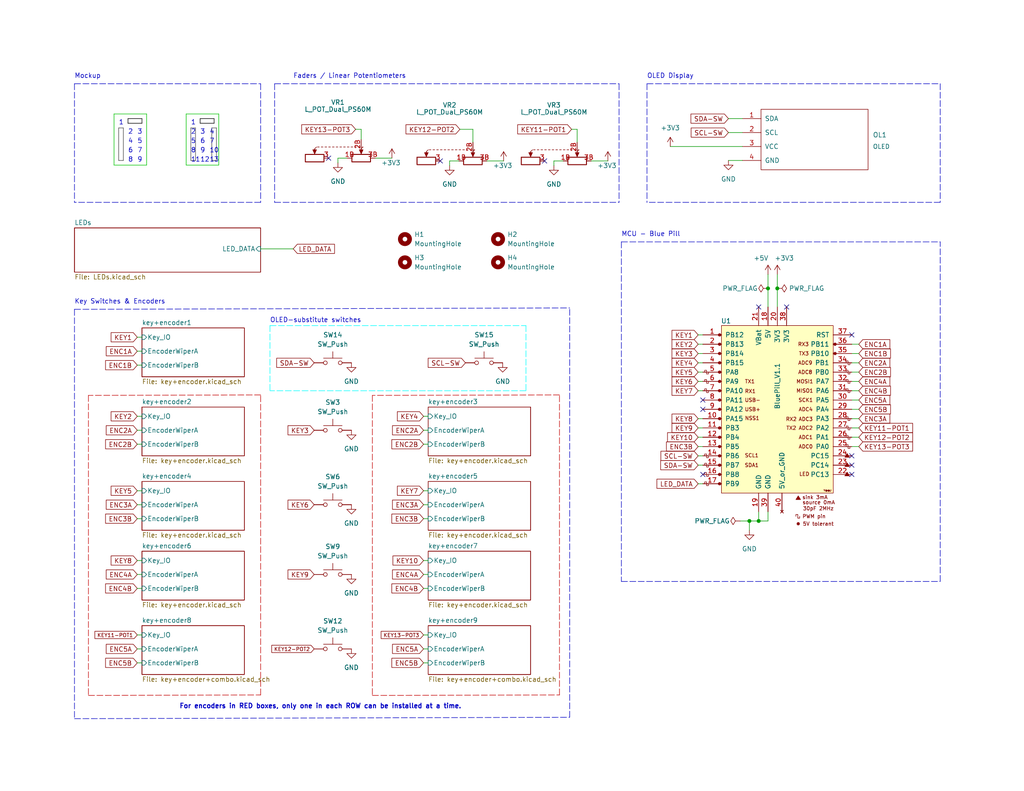
<source format=kicad_sch>
(kicad_sch (version 20211123) (generator eeschema)
  (paper "USLetter")
  (lib_symbols
    (symbol "L_POT_Dual_PS60M_combo_1" (pin_names (offset 1.016) hide)
      (property "Reference" "VR" (at 0 8.89 0))
      (property "Value" "L_POT_Dual_PS60M_combo_1" (at 0 6.985 0))
      (symbol "L_POT_Dual_PS60M_combo_1_0_1"
        (rectangle (start -8.89 -1.524) (end -3.81 -3.556) (stroke (width 0.254)))
        (polyline (pts (xy -6.35 0) (xy -6.35 -1.016)))
        (polyline (pts (xy -6.35 0) (xy -6.35 -1.016)))
        (polyline (pts (xy -6.35 0) (xy -5.842 0.508)))
        (polyline (pts (xy -5.588 0.508) (xy -5.08 0.508)))
        (polyline (pts (xy -4.572 0.508) (xy -4.064 0.508)))
        (polyline (pts (xy -3.556 0.508) (xy -3.048 0.508)))
        (polyline (pts (xy -2.54 0.508) (xy -2.032 0.508)))
        (polyline (pts (xy -1.524 0.508) (xy -1.016 0.508)))
        (polyline (pts (xy -0.508 0.508) (xy 0 0.508)))
        (polyline (pts (xy 0.508 0.508) (xy 1.016 0.508)))
        (polyline (pts (xy 1.524 0.508) (xy 2.032 0.508)))
        (polyline (pts (xy 2.54 0.508) (xy 3.048 0.508)))
        (polyline (pts (xy 3.556 0.508) (xy 4.064 0.508)))
        (polyline (pts (xy 4.572 0.508) (xy 5.08 0.508)))
        (polyline (pts (xy 5.588 0.508) (xy 6.096 0.508)))
        (polyline (pts (xy 6.35 0) (xy 6.35 -1.016)))
        (polyline (pts (xy 6.35 0) (xy 6.35 -1.016)))
        (polyline (pts (xy 6.604 0.508) (xy 6.858 0.508) (xy 6.35 0)))
        (polyline (pts (xy -6.35 -1.397) (xy -6.858 -0.254) (xy -5.842 -0.254) (xy -6.35 -1.397)) (fill (type outline)))
        (polyline (pts (xy 6.35 -1.397) (xy 5.842 -0.254) (xy 6.858 -0.254) (xy 6.35 -1.397)) (fill (type outline)))
        (rectangle (start 3.81 -1.524) (end 8.89 -3.556) (stroke (width 0.254)))
      )
      (symbol "L_POT_Dual_PS60M_combo_1_1_1"
        (pin passive line (at 2.54 -2.54 0) (length 1.27) (name "1B") (number "1B"))
        (pin passive line (at 6.35 2.54 270) (length 2.54) (name "2B") (number "2B"))
        (pin passive line (at -2.54 -2.54 180) (length 1.27) (name "3") (number "3"))
        (pin passive line (at 10.16 -2.54 180) (length 1.27) (name "3B") (number "3B"))
      )
    )
    (symbol "L_POT_Dual_PS60M_combo_2" (pin_names (offset 1.016) hide)
      (property "Reference" "VR" (at 0 8.89 0))
      (property "Value" "L_POT_Dual_PS60M_combo_2" (at 0 6.985 0))
      (symbol "L_POT_Dual_PS60M_combo_2_0_1"
        (rectangle (start -8.89 -1.524) (end -3.81 -3.556) (stroke (width 0.254)))
        (polyline (pts (xy -6.35 0) (xy -6.35 -1.016)))
        (polyline (pts (xy -6.35 0) (xy -6.35 -1.016)))
        (polyline (pts (xy -6.35 0) (xy -5.842 0.508)))
        (polyline (pts (xy -5.588 0.508) (xy -5.08 0.508)))
        (polyline (pts (xy -4.572 0.508) (xy -4.064 0.508)))
        (polyline (pts (xy -3.556 0.508) (xy -3.048 0.508)))
        (polyline (pts (xy -2.54 0.508) (xy -2.032 0.508)))
        (polyline (pts (xy -1.524 0.508) (xy -1.016 0.508)))
        (polyline (pts (xy -0.508 0.508) (xy 0 0.508)))
        (polyline (pts (xy 0.508 0.508) (xy 1.016 0.508)))
        (polyline (pts (xy 1.524 0.508) (xy 2.032 0.508)))
        (polyline (pts (xy 2.54 0.508) (xy 3.048 0.508)))
        (polyline (pts (xy 3.556 0.508) (xy 4.064 0.508)))
        (polyline (pts (xy 4.572 0.508) (xy 5.08 0.508)))
        (polyline (pts (xy 5.588 0.508) (xy 6.096 0.508)))
        (polyline (pts (xy 6.35 0) (xy 6.35 -1.016)))
        (polyline (pts (xy 6.35 0) (xy 6.35 -1.016)))
        (polyline (pts (xy 6.604 0.508) (xy 6.858 0.508) (xy 6.35 0)))
        (polyline (pts (xy -6.35 -1.397) (xy -6.858 -0.254) (xy -5.842 -0.254) (xy -6.35 -1.397)) (fill (type outline)))
        (polyline (pts (xy 6.35 -1.397) (xy 5.842 -0.254) (xy 6.858 -0.254) (xy 6.35 -1.397)) (fill (type outline)))
        (rectangle (start 3.81 -1.524) (end 8.89 -3.556) (stroke (width 0.254)))
      )
      (symbol "L_POT_Dual_PS60M_combo_2_1_1"
        (pin passive line (at 2.54 -2.54 0) (length 1.27) (name "1B") (number "1B"))
        (pin passive line (at 6.35 2.54 270) (length 2.54) (name "2B") (number "2B"))
        (pin passive line (at -2.54 -2.54 180) (length 1.27) (name "3") (number "3"))
        (pin passive line (at 10.16 -2.54 180) (length 1.27) (name "3B") (number "3B"))
      )
    )
    (symbol "Mechanical:MountingHole" (pin_names (offset 1.016))
      (property "Reference" "H" (at 0 5.08 0))
      (property "Value" "MountingHole" (at 0 3.175 0))
      (symbol "MountingHole_0_1"
        (circle (center 0 0) (radius 1.27) (stroke (width 1.27)))
      )
    )
    (symbol "PS60 Linear Potentiometer:L_POT_Dual_PS60M_combo" (pin_names (offset 1.016) hide)
      (property "Reference" "VR" (at 0 8.89 0))
      (property "Value" "L_POT_Dual_PS60M_combo" (at 0 6.985 0))
      (symbol "L_POT_Dual_PS60M_combo_0_1"
        (rectangle (start -8.89 -1.524) (end -3.81 -3.556) (stroke (width 0.254)))
        (polyline (pts (xy -6.35 0) (xy -6.35 -1.016)))
        (polyline (pts (xy -6.35 0) (xy -6.35 -1.016)))
        (polyline (pts (xy -6.35 0) (xy -5.842 0.508)))
        (polyline (pts (xy -5.588 0.508) (xy -5.08 0.508)))
        (polyline (pts (xy -4.572 0.508) (xy -4.064 0.508)))
        (polyline (pts (xy -3.556 0.508) (xy -3.048 0.508)))
        (polyline (pts (xy -2.54 0.508) (xy -2.032 0.508)))
        (polyline (pts (xy -1.524 0.508) (xy -1.016 0.508)))
        (polyline (pts (xy -0.508 0.508) (xy 0 0.508)))
        (polyline (pts (xy 0.508 0.508) (xy 1.016 0.508)))
        (polyline (pts (xy 1.524 0.508) (xy 2.032 0.508)))
        (polyline (pts (xy 2.54 0.508) (xy 3.048 0.508)))
        (polyline (pts (xy 3.556 0.508) (xy 4.064 0.508)))
        (polyline (pts (xy 4.572 0.508) (xy 5.08 0.508)))
        (polyline (pts (xy 5.588 0.508) (xy 6.096 0.508)))
        (polyline (pts (xy 6.35 0) (xy 6.35 -1.016)))
        (polyline (pts (xy 6.35 0) (xy 6.35 -1.016)))
        (polyline (pts (xy 6.604 0.508) (xy 6.858 0.508) (xy 6.35 0)))
        (polyline (pts (xy -6.35 -1.397) (xy -6.858 -0.254) (xy -5.842 -0.254) (xy -6.35 -1.397)) (fill (type outline)))
        (polyline (pts (xy 6.35 -1.397) (xy 5.842 -0.254) (xy 6.858 -0.254) (xy 6.35 -1.397)) (fill (type outline)))
        (rectangle (start 3.81 -1.524) (end 8.89 -3.556) (stroke (width 0.254)))
      )
      (symbol "L_POT_Dual_PS60M_combo_1_1"
        (pin passive line (at 2.54 -2.54 0) (length 1.27) (name "1B") (number "1B"))
        (pin passive line (at 6.35 2.54 270) (length 2.54) (name "2B") (number "2B"))
        (pin passive line (at -2.54 -2.54 180) (length 1.27) (name "3") (number "3"))
        (pin passive line (at 10.16 -2.54 180) (length 1.27) (name "3B") (number "3B"))
      )
    )
    (symbol "Switch:SW_Push" (pin_numbers hide) (pin_names (offset 1.016) hide)
      (property "Reference" "SW" (at 1.27 2.54 0))
      (property "Value" "SW_Push" (at 0 -1.524 0))
      (symbol "SW_Push_0_1"
        (circle (center -2.032 0) (radius 0.508))
        (polyline (pts (xy 0 1.27) (xy 0 3.048)))
        (polyline (pts (xy 2.54 1.27) (xy -2.54 1.27)))
        (circle (center 2.032 0) (radius 0.508))
        (pin passive line (at -5.08 0 0) (length 2.54) (name "1") (number "1"))
        (pin passive line (at 5.08 0 180) (length 2.54) (name "2") (number "2"))
      )
    )
    (symbol "YAAJ_BluePill_modified:YAAJ_BluePill_BHTS" (pin_names (offset 1.016))
      (property "Reference" "U" (at -13.97 24.13 0))
      (property "Value" "YAAJ_BluePill_BHTS" (at 0 6.35 90))
      (symbol "YAAJ_BluePill_BHTS_0_0"
        (circle (center -15.748 -20.32) (radius 0.3556) (fill (type outline)))
        (circle (center -15.748 -17.78) (radius 0.3556) (fill (type outline)))
        (circle (center -15.748 -15.24) (radius 0.3556) (fill (type outline)))
        (circle (center -15.748 -12.7) (radius 0.3556) (fill (type outline)))
        (circle (center -15.748 -10.16) (radius 0.3556) (fill (type outline)))
        (circle (center -15.748 -7.62) (radius 0.3556) (fill (type outline)))
        (circle (center -15.748 -5.08) (radius 0.3556) (fill (type outline)))
        (circle (center -15.748 -2.54) (radius 0.3556) (fill (type outline)))
        (circle (center -15.748 0) (radius 0.3556) (fill (type outline)))
        (circle (center -15.748 2.54) (radius 0.3556) (fill (type outline)))
        (circle (center -15.748 5.08) (radius 0.3556) (fill (type outline)))
        (circle (center -15.748 7.62) (radius 0.3556) (fill (type outline)))
        (circle (center -15.748 10.16) (radius 0.3556) (fill (type outline)))
        (circle (center -15.748 12.7) (radius 0.3556) (fill (type outline)))
        (circle (center -15.748 15.24) (radius 0.3556) (fill (type outline)))
        (circle (center -15.748 20.32) (radius 0.3556) (fill (type outline)))
        (polyline (pts (xy 5.08 -24.638) (xy 5.715 -23.622) (xy 6.35 -24.638) (xy 5.08 -24.638) (xy 5.715 -23.749) (xy 6.223 -24.638) (xy 5.207 -24.511) (xy 5.715 -23.876) (xy 6.096 -24.638) (xy 5.334 -24.384) (xy 5.842 -24.003) (xy 5.969 -24.638) (xy 5.461 -24.257) (xy 5.969 -24.13) (xy 5.842 -24.511) (xy 5.588 -24.257) (xy 5.842 -24.384) (xy 5.715 -24.13)))
        (polyline (pts (xy 18.415 -18.161) (xy 19.05 -17.145) (xy 19.685 -18.161) (xy 18.415 -18.161) (xy 19.05 -17.272) (xy 19.558 -18.161) (xy 18.542 -18.034) (xy 19.05 -17.399) (xy 19.431 -18.161) (xy 18.669 -17.907) (xy 19.177 -17.526) (xy 19.304 -18.161) (xy 18.796 -17.78) (xy 19.304 -17.653) (xy 19.177 -18.034) (xy 18.923 -17.78) (xy 19.177 -17.907) (xy 19.05 -17.653)))
        (polyline (pts (xy 18.415 -15.621) (xy 19.05 -14.605) (xy 19.685 -15.621) (xy 18.415 -15.621) (xy 19.05 -14.732) (xy 19.558 -15.621) (xy 18.542 -15.494) (xy 19.05 -14.859) (xy 19.431 -15.621) (xy 18.669 -15.367) (xy 19.177 -14.986) (xy 19.304 -15.621) (xy 18.796 -15.24) (xy 19.304 -15.113) (xy 19.177 -15.494) (xy 18.923 -15.24) (xy 19.177 -15.367) (xy 19.05 -15.113)))
        (polyline (pts (xy 18.415 -13.081) (xy 19.05 -12.065) (xy 19.685 -13.081) (xy 18.415 -13.081) (xy 19.05 -12.192) (xy 19.558 -13.081) (xy 18.542 -12.954) (xy 19.05 -12.319) (xy 19.431 -13.081) (xy 18.669 -12.827) (xy 19.177 -12.446) (xy 19.304 -13.081) (xy 18.796 -12.7) (xy 19.304 -12.573) (xy 19.177 -12.954) (xy 18.923 -12.7) (xy 19.177 -12.827) (xy 19.05 -12.573)))
        (circle (center 5.715 -31.242) (radius 0.127) (fill (type outline)))
        (circle (center 5.715 -31.242) (radius 0.254))
        (circle (center 5.715 -31.242) (radius 0.3556))
        (circle (center 15.748 15.24) (radius 0.254) (fill (type outline)))
        (circle (center 15.748 15.24) (radius 0.3556))
        (circle (center 15.748 17.78) (radius 0.254) (fill (type outline)))
        (circle (center 15.748 17.78) (radius 0.3556))
        (text "30pF 2MHz" (at 11.176 -27.051 0) (effects (font (size 0.9906 0.9906))))
        (text "5V tolerant" (at 11.176 -31.242 0) (effects (font (size 0.9906 0.9906))))
        (text "ADC0" (at 7.747 -10.16 0) (effects (font (size 0.9906 0.9906))))
        (text "ADC1" (at 7.747 -7.62 0) (effects (font (size 0.9906 0.9906))))
        (text "ADC2" (at 7.747 -5.08 0) (effects (font (size 0.9906 0.9906))))
        (text "ADC3" (at 7.747 -2.667 0) (effects (font (size 0.9906 0.9906))))
        (text "ADC4" (at 7.747 0 0) (effects (font (size 0.9906 0.9906))))
        (text "ADC8" (at 7.62 10.16 0) (effects (font (size 0.9906 0.9906))))
        (text "ADC9" (at 7.62 12.7 0) (effects (font (size 0.9906 0.9906))))
        (text "LED" (at 7.366 -17.653 0) (effects (font (size 0.9906 0.9906))))
        (text "MISO1" (at 7.493 5.08 0) (effects (font (size 0.9906 0.9906))))
        (text "MOSI1" (at 7.493 7.62 0) (effects (font (size 0.9906 0.9906))))
        (text "NSS1" (at -6.858 -2.413 0) (effects (font (size 0.9906 0.9906))))
        (text "PWM pin" (at 10.033 -29.21 0) (effects (font (size 0.9906 0.9906))))
        (text "RX1" (at -7.366 4.953 0) (effects (font (size 0.9906 0.9906))))
        (text "RX2" (at 3.81 -2.667 0) (effects (font (size 0.9906 0.9906))))
        (text "RX3" (at 7.112 17.78 0) (effects (font (size 0.9906 0.9906))))
        (text "SCK1" (at 7.747 2.54 0) (effects (font (size 0.9906 0.9906))))
        (text "SCL1" (at -6.985 -12.573 0) (effects (font (size 0.9906 0.9906))))
        (text "SDA1" (at -6.985 -15.24 0) (effects (font (size 0.9906 0.9906))))
        (text "sink 3mA" (at 10.287 -24.003 0) (effects (font (size 0.9906 0.9906))))
        (text "source 0mA" (at 11.303 -25.4 0) (effects (font (size 0.9906 0.9906))))
        (text "TX1" (at -7.493 7.62 0) (effects (font (size 0.9906 0.9906))))
        (text "TX2" (at 3.81 -5.08 0) (effects (font (size 0.9906 0.9906))))
        (text "TX3" (at 7.239 15.24 0) (effects (font (size 0.9906 0.9906))))
        (text "USB+" (at -6.731 0 0) (effects (font (size 0.9906 0.9906))))
        (text "USB-" (at -6.731 2.54 0) (effects (font (size 0.9906 0.9906))))
        (text "Y@@J" (at 13.6906 -22.1488 0) (effects (font (size 0.508 0.508))))
      )
      (symbol "YAAJ_BluePill_BHTS_0_1"
        (rectangle (start -15.24 22.86) (end 15.24 -22.86) (fill (type background)))
        (polyline (pts (xy -18.796 -20.32) (xy -18.796 -20.828) (xy -19.304 -20.828) (xy -19.304 -19.812) (xy -19.812 -19.812) (xy -19.812 -20.32)))
        (polyline (pts (xy -18.796 -17.78) (xy -18.796 -18.288) (xy -19.304 -18.288) (xy -19.304 -17.272) (xy -19.812 -17.272) (xy -19.812 -17.78)))
        (polyline (pts (xy -18.796 -15.24) (xy -18.796 -15.748) (xy -19.304 -15.748) (xy -19.304 -14.732) (xy -19.812 -14.732) (xy -19.812 -15.24)))
        (polyline (pts (xy -18.796 -12.7) (xy -18.796 -13.208) (xy -19.304 -13.208) (xy -19.304 -12.192) (xy -19.812 -12.192) (xy -19.812 -12.7)))
        (polyline (pts (xy -18.796 5.08) (xy -18.796 4.572) (xy -19.304 4.572) (xy -19.304 5.588) (xy -19.812 5.588) (xy -19.812 5.08)))
        (polyline (pts (xy -18.796 7.62) (xy -18.796 7.112) (xy -19.304 7.112) (xy -19.304 8.128) (xy -19.812 8.128) (xy -19.812 7.62)))
        (polyline (pts (xy -18.796 10.16) (xy -18.796 9.652) (xy -19.304 9.652) (xy -19.304 10.668) (xy -19.812 10.668) (xy -19.812 10.16)))
        (polyline (pts (xy 6.096 -29.21) (xy 6.096 -29.718) (xy 5.588 -29.718) (xy 5.588 -28.702) (xy 5.08 -28.702) (xy 5.08 -29.21)))
        (polyline (pts (xy 19.812 -10.16) (xy 19.812 -10.668) (xy 19.304 -10.668) (xy 19.304 -9.652) (xy 18.796 -9.652) (xy 18.796 -10.16)))
        (polyline (pts (xy 19.812 -7.62) (xy 19.812 -8.128) (xy 19.304 -8.128) (xy 19.304 -7.112) (xy 18.796 -7.112) (xy 18.796 -7.62)))
        (polyline (pts (xy 19.812 -5.08) (xy 19.812 -5.588) (xy 19.304 -5.588) (xy 19.304 -4.572) (xy 18.796 -4.572) (xy 18.796 -5.08)))
        (polyline (pts (xy 19.812 -2.54) (xy 19.812 -3.048) (xy 19.304 -3.048) (xy 19.304 -2.032) (xy 18.796 -2.032) (xy 18.796 -2.54)))
        (polyline (pts (xy 19.812 5.08) (xy 19.812 4.572) (xy 19.304 4.572) (xy 19.304 5.588) (xy 18.796 5.588) (xy 18.796 5.08)))
        (polyline (pts (xy 19.812 7.62) (xy 19.812 7.112) (xy 19.304 7.112) (xy 19.304 8.128) (xy 18.796 8.128) (xy 18.796 7.62)))
        (polyline (pts (xy 19.812 10.16) (xy 19.812 9.652) (xy 19.304 9.652) (xy 19.304 10.668) (xy 18.796 10.668) (xy 18.796 10.16)))
        (polyline (pts (xy 19.812 12.7) (xy 19.812 12.192) (xy 19.304 12.192) (xy 19.304 13.208) (xy 18.796 13.208) (xy 18.796 12.7)))
      )
      (symbol "YAAJ_BluePill_BHTS_1_1"
        (circle (center -15.748 17.78) (radius 0.3556) (fill (type outline)))
        (pin bidirectional line (at -20.32 20.32 0) (length 5.08) (name "PB12") (number "1"))
        (pin bidirectional line (at -20.32 -2.54 0) (length 5.08) (name "PA15") (number "10"))
        (pin bidirectional line (at -20.32 -5.08 0) (length 5.08) (name "PB3") (number "11"))
        (pin bidirectional line (at -20.32 -7.62 0) (length 5.08) (name "PB4") (number "12"))
        (pin bidirectional line (at -20.32 -10.16 0) (length 5.08) (name "PB5") (number "13"))
        (pin bidirectional line (at -20.32 -12.7 0) (length 5.08) (name "PB6") (number "14"))
        (pin bidirectional line (at -20.32 -15.24 0) (length 5.08) (name "PB7") (number "15"))
        (pin bidirectional line (at -20.32 -17.78 0) (length 5.08) (name "PB8") (number "16"))
        (pin bidirectional line (at -20.32 -20.32 0) (length 5.08) (name "PB9") (number "17"))
        (pin power_in line (at -2.54 27.94 270) (length 5.08) (name "5V") (number "18"))
        (pin power_in line (at -5.08 -27.94 90) (length 5.08) (name "GND") (number "19"))
        (pin bidirectional line (at -20.32 17.78 0) (length 5.08) (name "PB13") (number "2"))
        (pin power_in line (at 0 27.94 270) (length 5.08) (name "3V3") (number "20"))
        (pin power_in line (at -5.08 27.94 270) (length 5.08) (name "VBat") (number "21"))
        (pin bidirectional line (at 20.32 -17.78 180) (length 5.08) (name "PC13") (number "22"))
        (pin bidirectional line (at 20.32 -15.24 180) (length 5.08) (name "PC14") (number "23"))
        (pin bidirectional line (at 20.32 -12.7 180) (length 5.08) (name "PC15") (number "24"))
        (pin bidirectional line (at 20.32 -10.16 180) (length 5.08) (name "PA0") (number "25"))
        (pin bidirectional line (at 20.32 -7.62 180) (length 5.08) (name "PA1") (number "26"))
        (pin bidirectional line (at 20.32 -5.08 180) (length 5.08) (name "PA2") (number "27"))
        (pin bidirectional line (at 20.32 -2.54 180) (length 5.08) (name "PA3") (number "28"))
        (pin bidirectional line (at 20.32 0 180) (length 5.08) (name "PA4") (number "29"))
        (pin bidirectional line (at -20.32 15.24 0) (length 5.08) (name "PB14") (number "3"))
        (pin bidirectional line (at 20.32 2.54 180) (length 5.08) (name "PA5") (number "30"))
        (pin bidirectional line (at 20.32 5.08 180) (length 5.08) (name "PA6") (number "31"))
        (pin bidirectional line (at 20.32 7.62 180) (length 5.08) (name "PA7") (number "32"))
        (pin bidirectional line (at 20.32 10.16 180) (length 5.08) (name "PB0") (number "33"))
        (pin bidirectional line (at 20.32 12.7 180) (length 5.08) (name "PB1") (number "34"))
        (pin bidirectional line (at 20.32 15.24 180) (length 5.08) (name "PB10") (number "35"))
        (pin bidirectional line (at 20.32 17.78 180) (length 5.08) (name "PB11") (number "36"))
        (pin input line (at 20.32 20.32 180) (length 5.08) (name "RST") (number "37"))
        (pin power_in line (at 2.54 27.94 270) (length 5.08) (name "3V3") (number "38"))
        (pin power_in line (at -2.54 -27.94 90) (length 5.08) (name "GND") (number "39"))
        (pin bidirectional line (at -20.32 12.7 0) (length 5.08) (name "PB15") (number "4"))
        (pin no_connect line (at 1.27 -27.94 90) (length 5.08) (name "5V_or_GND") (number "40"))
        (pin bidirectional line (at -20.32 10.16 0) (length 5.08) (name "PA8") (number "5"))
        (pin bidirectional line (at -20.32 7.62 0) (length 5.08) (name "PA9") (number "6"))
        (pin bidirectional line (at -20.32 5.08 0) (length 5.08) (name "PA10") (number "7"))
        (pin bidirectional line (at -20.32 2.54 0) (length 5.08) (name "PA11") (number "8"))
        (pin bidirectional line (at -20.32 0 0) (length 5.08) (name "PA12") (number "9"))
      )
    )
    (symbol "kbd:OLED" (pin_names (offset 1.016))
      (property "Reference" "OL" (at 0 2.54 0))
      (property "Value" "OLED" (at 0 -1.27 0))
      (property "Footprint" "KBD-footprints:OLED_v2" (at 0 2.54 0))
      (symbol "OLED_0_1"
        (rectangle (start -13.97 8.89) (end 15.24 -7.62))
      )
      (symbol "OLED_1_1"
        (pin bidirectional line (at -19.05 6.35 0) (length 5.08) (name "SDA") (number "1"))
        (pin bidirectional line (at -19.05 2.54 0) (length 5.08) (name "SCL") (number "2"))
        (pin power_in line (at -19.05 -1.27 0) (length 5.08) (name "VCC") (number "3"))
        (pin power_in line (at -19.05 -5.08 0) (length 5.08) (name "GND") (number "4"))
      )
    )
    (symbol "power:+3V3" (power) (pin_names (offset 0))
      (property "Value" "+3V3" (at 0 3.556 0))
      (symbol "+3V3_0_1"
        (polyline (pts (xy -0.762 1.27) (xy 0 2.54)))
        (polyline (pts (xy 0 0) (xy 0 2.54)))
        (polyline (pts (xy 0 2.54) (xy 0.762 1.27)))
      )
      (symbol "+3V3_1_1"
        (pin power_in line (at 0 0 90) (length 0) hide (name "+3V3") (number "1"))
      )
    )
    (symbol "power:+5V" (power) (pin_names (offset 0))
      (property "Value" "+5V" (at 0 3.556 0))
      (symbol "+5V_0_1"
        (polyline (pts (xy -0.762 1.27) (xy 0 2.54)))
        (polyline (pts (xy 0 0) (xy 0 2.54)))
        (polyline (pts (xy 0 2.54) (xy 0.762 1.27)))
      )
      (symbol "+5V_1_1"
        (pin power_in line (at 0 0 90) (length 0) hide (name "+5V") (number "1"))
      )
    )
    (symbol "power:GND" (power) (pin_names (offset 0))
      (property "Value" "GND" (at 0 -3.81 0))
      (symbol "GND_0_1"
        (polyline (pts (xy 0 0) (xy 0 -1.27) (xy 1.27 -1.27) (xy 0 -2.54) (xy -1.27 -1.27) (xy 0 -1.27)))
      )
      (symbol "GND_1_1"
        (pin power_in line (at 0 0 270) (length 0) hide (name "GND") (number "1"))
      )
    )
    (symbol "power:PWR_FLAG" (power) (pin_numbers hide) (pin_names (offset 0) hide)
      (property "Value" "PWR_FLAG" (at 0 3.81 0))
      (symbol "PWR_FLAG_0_0"
        (pin power_out line (at 0 0 90) (length 0) (name "pwr") (number "1"))
      )
      (symbol "PWR_FLAG_0_1"
        (polyline (pts (xy 0 0) (xy 0 1.27) (xy -1.016 1.905) (xy 0 2.54) (xy 1.016 1.905) (xy 0 1.27)))
      )
    )
  )
  (junction (at 209.55 78.74))
  (junction (at 204.47 142.24))
  (junction (at 207.01 142.24))
  (junction (at 212.09 78.74))
  (no_connect (at 191.77 129.54))
  (no_connect (at 148.59 43.942))
  (no_connect (at 89.662 43.18))
  (no_connect (at 232.41 127))
  (no_connect (at 232.41 124.46))
  (no_connect (at 232.41 129.54))
  (no_connect (at 214.63 83.82))
  (no_connect (at 191.77 111.76))
  (no_connect (at 191.77 109.22))
  (no_connect (at 232.41 91.44))
  (no_connect (at 207.01 83.82))
  (no_connect (at 120.142 43.942))
  (wire (pts (xy 209.55 74.93) (xy 209.55 78.74)))
  (wire (pts (xy 209.55 78.74) (xy 209.55 83.82)))
  (wire (pts (xy 204.47 142.24) (xy 207.01 142.24)))
  (polyline (pts (xy 38.735 33.655) (xy 34.925 33.655)) (stroke (width 0) (type solid) (color 0 0 0 1)))
  (wire (pts (xy 37.465 137.795) (xy 38.735 137.795)))
  (polyline (pts (xy 169.545 66.04) (xy 169.545 158.75)))
  (wire (pts (xy 115.57 180.975) (xy 116.84 180.975)))
  (polyline (pts (xy 52.07 43.815) (xy 53.34 43.815)) (stroke (width 0) (type solid) (color 72 72 72 1)))
  (wire (pts (xy 157.48 35.306) (xy 157.48 38.862)))
  (wire (pts (xy 115.57 156.845) (xy 116.84 156.845)))
  (wire (pts (xy 71.12 67.945) (xy 80.01 67.945)))
  (wire (pts (xy 153.67 43.942) (xy 151.13 43.942)))
  (polyline (pts (xy 71.12 55.245) (xy 20.32 55.245)))
  (wire (pts (xy 106.934 43.18) (xy 102.362 43.18)))
  (wire (pts (xy 137.414 43.942) (xy 132.842 43.942)))
  (wire (pts (xy 129.032 35.306) (xy 125.476 35.306)))
  (wire (pts (xy 234.315 116.84) (xy 232.41 116.84)))
  (wire (pts (xy 234.315 104.14) (xy 232.41 104.14)))
  (wire (pts (xy 37.465 121.285) (xy 38.735 121.285)))
  (polyline (pts (xy 32.385 34.925) (xy 32.385 43.815)) (stroke (width 0) (type solid) (color 72 72 72 1)))
  (polyline (pts (xy 31.115 31.115) (xy 40.005 31.115)) (stroke (width 0) (type solid) (color 0 194 0 1)))
  (wire (pts (xy 234.315 121.92) (xy 232.41 121.92)))
  (wire (pts (xy 201.93 142.24) (xy 204.47 142.24)))
  (polyline (pts (xy 74.93 55.245) (xy 168.91 55.245)))
  (polyline (pts (xy 32.385 34.925) (xy 33.655 34.925)) (stroke (width 0) (type solid) (color 72 72 72 1)))
  (polyline (pts (xy 20.32 22.86) (xy 71.12 22.86)))
  (polyline (pts (xy 59.055 43.815) (xy 59.055 34.925)) (stroke (width 0) (type solid) (color 72 72 72 1)))
  (polyline (pts (xy 24.13 189.865) (xy 71.12 189.738)) (stroke (width 0) (color 194 0 0 1)))
  (polyline (pts (xy 57.785 34.925) (xy 59.055 34.925)) (stroke (width 0) (type solid) (color 72 72 72 1)))
  (wire (pts (xy 190.5 104.14) (xy 191.77 104.14)))
  (wire (pts (xy 190.5 127) (xy 191.77 127)))
  (wire (pts (xy 234.315 109.22) (xy 232.41 109.22)))
  (wire (pts (xy 115.57 160.655) (xy 116.84 160.655)))
  (wire (pts (xy 190.5 96.52) (xy 191.77 96.52)))
  (wire (pts (xy 207.01 139.7) (xy 207.01 142.24)))
  (polyline (pts (xy 143.51 88.9) (xy 143.51 106.68)) (stroke (width 0) (color 0 255 255 1)))
  (wire (pts (xy 115.57 173.355) (xy 116.84 173.355)))
  (polyline (pts (xy 31.115 31.115) (xy 31.115 45.085)) (stroke (width 0) (type solid) (color 0 194 0 1)))
  (wire (pts (xy 190.5 106.68) (xy 191.77 106.68)))
  (wire (pts (xy 125.222 43.942) (xy 122.682 43.942)))
  (wire (pts (xy 122.682 43.942) (xy 122.682 45.212)))
  (polyline (pts (xy 52.07 34.925) (xy 53.34 34.925)) (stroke (width 0) (type solid) (color 72 72 72 1)))
  (wire (pts (xy 234.315 101.6) (xy 232.41 101.6)))
  (polyline (pts (xy 58.42 33.655) (xy 54.61 33.655)) (stroke (width 0) (type solid) (color 0 0 0 1)))
  (wire (pts (xy 37.465 133.985) (xy 38.735 133.985)))
  (wire (pts (xy 182.88 40.005) (xy 202.565 40.005)))
  (polyline (pts (xy 176.53 22.86) (xy 176.53 55.245)))
  (wire (pts (xy 165.862 43.942) (xy 161.29 43.942)))
  (wire (pts (xy 98.552 35.306) (xy 97.028 35.306)))
  (wire (pts (xy 115.57 141.605) (xy 116.84 141.605)))
  (wire (pts (xy 234.315 119.38) (xy 232.41 119.38)))
  (polyline (pts (xy 168.91 22.86) (xy 168.91 55.245)))
  (polyline (pts (xy 34.925 32.385) (xy 34.925 33.655)) (stroke (width 0) (type solid) (color 0 0 0 1)))
  (wire (pts (xy 190.5 114.3) (xy 191.77 114.3)))
  (polyline (pts (xy 38.735 32.385) (xy 38.735 33.655)) (stroke (width 0) (type solid) (color 0 0 0 1)))
  (wire (pts (xy 115.57 121.285) (xy 116.84 121.285)))
  (polyline (pts (xy 73.66 88.9) (xy 143.51 88.9)) (stroke (width 0) (color 0 255 255 1)))
  (polyline (pts (xy 169.545 66.04) (xy 256.54 66.04)))
  (polyline (pts (xy 20.32 196.215) (xy 155.448 195.834)))
  (polyline (pts (xy 155.448 195.834) (xy 155.448 84.074)))
  (wire (pts (xy 234.315 106.68) (xy 232.41 106.68)))
  (wire (pts (xy 37.465 160.655) (xy 38.735 160.655)))
  (wire (pts (xy 234.315 93.98) (xy 232.41 93.98)))
  (wire (pts (xy 155.956 35.306) (xy 157.48 35.306)))
  (polyline (pts (xy 73.66 88.9) (xy 73.66 106.68)) (stroke (width 0) (color 0 255 255 1)))
  (wire (pts (xy 37.465 173.355) (xy 38.735 173.355)))
  (polyline (pts (xy 176.53 22.86) (xy 256.54 22.86)))
  (wire (pts (xy 37.465 92.075) (xy 38.735 92.075)))
  (wire (pts (xy 98.552 38.1) (xy 98.552 35.306)))
  (wire (pts (xy 115.57 117.475) (xy 116.84 117.475)))
  (polyline (pts (xy 59.69 31.115) (xy 59.69 45.085)) (stroke (width 0) (type solid) (color 0 194 0 1)))
  (polyline (pts (xy 54.61 32.385) (xy 58.42 32.385)) (stroke (width 0) (type solid) (color 0 0 0 1)))
  (wire (pts (xy 234.315 111.76) (xy 232.41 111.76)))
  (polyline (pts (xy 101.6 107.95) (xy 101.6 189.865)) (stroke (width 0) (color 194 0 0 1)))
  (polyline (pts (xy 24.13 107.95) (xy 24.13 189.865)) (stroke (width 0) (color 194 0 0 1)))
  (polyline (pts (xy 152.654 189.738) (xy 152.654 107.823)) (stroke (width 0) (color 194 0 0 1)))
  (wire (pts (xy 37.465 156.845) (xy 38.735 156.845)))
  (wire (pts (xy 115.57 137.795) (xy 116.84 137.795)))
  (wire (pts (xy 202.565 43.815) (xy 198.755 43.815)))
  (wire (pts (xy 190.5 93.98) (xy 191.77 93.98)))
  (polyline (pts (xy 256.54 22.86) (xy 256.54 55.245)))
  (wire (pts (xy 207.01 142.24) (xy 209.55 142.24)))
  (wire (pts (xy 37.465 113.665) (xy 38.735 113.665)))
  (polyline (pts (xy 58.42 32.385) (xy 58.42 33.655)) (stroke (width 0) (type solid) (color 0 0 0 1)))
  (polyline (pts (xy 57.785 34.925) (xy 57.785 43.815)) (stroke (width 0) (type solid) (color 72 72 72 1)))
  (wire (pts (xy 190.5 99.06) (xy 191.77 99.06)))
  (wire (pts (xy 190.5 132.08) (xy 191.77 132.08)))
  (polyline (pts (xy 71.12 22.86) (xy 71.12 55.245)))
  (wire (pts (xy 151.13 43.942) (xy 151.13 45.212)))
  (wire (pts (xy 190.5 121.92) (xy 191.77 121.92)))
  (polyline (pts (xy 50.8 31.115) (xy 59.69 31.115)) (stroke (width 0) (type solid) (color 0 194 0 1)))
  (wire (pts (xy 129.032 38.862) (xy 129.032 35.306)))
  (polyline (pts (xy 256.54 158.75) (xy 256.54 66.04)))
  (wire (pts (xy 94.742 43.18) (xy 92.202 43.18)))
  (wire (pts (xy 234.315 99.06) (xy 232.41 99.06)))
  (wire (pts (xy 212.09 74.93) (xy 212.09 78.74)))
  (wire (pts (xy 190.5 116.84) (xy 191.77 116.84)))
  (wire (pts (xy 209.55 142.24) (xy 209.55 139.7)))
  (wire (pts (xy 115.57 153.035) (xy 116.84 153.035)))
  (wire (pts (xy 190.5 124.46) (xy 191.77 124.46)))
  (polyline (pts (xy 101.6 189.865) (xy 152.654 189.738)) (stroke (width 0) (color 194 0 0 1)))
  (wire (pts (xy 37.465 141.605) (xy 38.735 141.605)))
  (polyline (pts (xy 34.925 32.385) (xy 38.735 32.385)) (stroke (width 0) (type solid) (color 0 0 0 1)))
  (wire (pts (xy 190.5 101.6) (xy 191.77 101.6)))
  (polyline (pts (xy 169.545 158.75) (xy 256.54 158.75)))
  (wire (pts (xy 190.5 91.44) (xy 191.77 91.44)))
  (polyline (pts (xy 52.07 34.925) (xy 52.07 43.815)) (stroke (width 0) (type solid) (color 72 72 72 1)))
  (polyline (pts (xy 50.8 31.115) (xy 50.8 45.085)) (stroke (width 0) (type solid) (color 0 194 0 1)))
  (polyline (pts (xy 57.785 43.815) (xy 59.055 43.815)) (stroke (width 0) (type solid) (color 72 72 72 1)))
  (polyline (pts (xy 20.32 84.455) (xy 155.448 84.074)))
  (wire (pts (xy 37.465 180.975) (xy 38.735 180.975)))
  (polyline (pts (xy 71.12 189.738) (xy 71.12 107.823)) (stroke (width 0) (color 194 0 0 1)))
  (wire (pts (xy 198.755 36.195) (xy 202.565 36.195)))
  (polyline (pts (xy 74.93 22.86) (xy 168.91 22.86)))
  (polyline (pts (xy 33.655 43.815) (xy 33.655 34.925)) (stroke (width 0) (type solid) (color 72 72 72 1)))
  (polyline (pts (xy 40.005 31.115) (xy 40.005 45.085)) (stroke (width 0) (type solid) (color 0 194 0 1)))
  (wire (pts (xy 115.57 133.985) (xy 116.84 133.985)))
  (polyline (pts (xy 20.32 22.86) (xy 20.32 55.245)))
  (polyline (pts (xy 71.12 107.823) (xy 24.13 107.95)) (stroke (width 0) (color 194 0 0 1)))
  (wire (pts (xy 37.465 153.035) (xy 38.735 153.035)))
  (wire (pts (xy 115.57 113.665) (xy 116.84 113.665)))
  (polyline (pts (xy 256.54 55.245) (xy 176.53 55.245)))
  (polyline (pts (xy 20.32 84.455) (xy 20.32 196.215)))
  (wire (pts (xy 37.465 177.165) (xy 38.735 177.165)))
  (polyline (pts (xy 152.654 107.823) (xy 101.6 107.95)) (stroke (width 0) (color 194 0 0 1)))
  (wire (pts (xy 234.315 96.52) (xy 232.41 96.52)))
  (polyline (pts (xy 74.93 22.86) (xy 74.93 55.245)))
  (polyline (pts (xy 143.51 106.68) (xy 73.66 106.68)) (stroke (width 0) (color 0 255 255 1)))
  (polyline (pts (xy 32.385 43.815) (xy 33.655 43.815)) (stroke (width 0) (type solid) (color 72 72 72 1)))
  (wire (pts (xy 37.465 99.695) (xy 38.735 99.695)))
  (wire (pts (xy 115.57 177.165) (xy 116.84 177.165)))
  (wire (pts (xy 92.202 43.18) (xy 92.202 44.45)))
  (polyline (pts (xy 54.61 32.385) (xy 54.61 33.655)) (stroke (width 0) (type solid) (color 0 0 0 1)))
  (polyline (pts (xy 59.69 45.085) (xy 50.8 45.085)) (stroke (width 0) (type solid) (color 0 194 0 1)))
  (polyline (pts (xy 40.005 45.085) (xy 31.115 45.085)) (stroke (width 0) (type solid) (color 0 194 0 1)))
  (wire (pts (xy 234.315 114.3) (xy 232.41 114.3)))
  (wire (pts (xy 204.47 142.24) (xy 204.47 144.78)))
  (polyline (pts (xy 53.34 43.815) (xy 53.34 34.925)) (stroke (width 0) (type solid) (color 72 72 72 1)))
  (wire (pts (xy 37.465 117.475) (xy 38.735 117.475)))
  (wire (pts (xy 212.09 78.74) (xy 212.09 83.82)))
  (wire (pts (xy 198.755 32.385) (xy 202.565 32.385)))
  (wire (pts (xy 190.5 119.38) (xy 191.77 119.38)))
  (wire (pts (xy 37.465 95.885) (xy 38.735 95.885)))
  (text "8" (at 52.07 41.91 0) (effects (font (size 1.27 1.27)) (justify left bottom)))
  (text "13" (at 57.15 44.45 0) (effects (font (size 1.27 1.27)) (justify left bottom)))
  (text "Faders / Linear Potentiometers" (at 80.01 21.59 0) (effects (font (size 1.27 1.27)) (justify left bottom)))
  (text "MCU - Blue Pill" (at 169.545 64.77 0) (effects (font (size 1.27 1.27)) (justify left bottom)))
  (text "8" (at 34.925 44.45 0) (effects (font (size 1.27 1.27)) (justify left bottom)))
  (text "1" (at 52.07 34.29 0) (effects (font (size 1.27 1.27)) (justify left bottom)))
  (text "6" (at 54.61 39.37 0) (effects (font (size 1.27 1.27)) (justify left bottom)))
  (text "11" (at 52.07 44.45 0) (effects (font (size 1.27 1.27)) (justify left bottom)))
  (text "5" (at 37.465 39.37 0) (effects (font (size 1.27 1.27)) (justify left bottom)))
  (text "7" (at 57.15 39.37 0) (effects (font (size 1.27 1.27)) (justify left bottom)))
  (text "7" (at 37.465 41.91 0) (effects (font (size 1.27 1.27)) (justify left bottom)))
  (text "9" (at 54.61 41.91 0) (effects (font (size 1.27 1.27)) (justify left bottom)))
  (text "3" (at 37.465 36.83 0) (effects (font (size 1.27 1.27)) (justify left bottom)))
  (text "9" (at 37.465 44.45 0) (effects (font (size 1.27 1.27)) (justify left bottom)))
  (text "OLED Display" (at 176.53 21.59 0) (effects (font (size 1.27 1.27)) (justify left bottom)))
  (text "4" (at 57.15 36.83 0) (effects (font (size 1.27 1.27)) (justify left bottom)))
  (text "Mockup" (at 20.32 21.59 0) (effects (font (size 1.27 1.27)) (justify left bottom)))
  (text "3" (at 54.61 36.83 0) (effects (font (size 1.27 1.27)) (justify left bottom)))
  (text "2" (at 34.925 36.83 0) (effects (font (size 1.27 1.27)) (justify left bottom)))
  (text "For encoders in RED boxes, only one in each ROW can be installed at a time." (at 48.895 193.675 0) (effects (font (size 1.27 1.27) (thickness 0.254) bold) (justify left bottom)))
  (text "6" (at 34.925 41.91 0) (effects (font (size 1.27 1.27)) (justify left bottom)))
  (text "Key Switches & Encoders" (at 20.32 83.185 0) (effects (font (size 1.27 1.27)) (justify left bottom)))
  (text "10" (at 57.15 41.91 0) (effects (font (size 1.27 1.27)) (justify left bottom)))
  (text "4" (at 34.925 39.37 0) (effects (font (size 1.27 1.27)) (justify left bottom)))
  (text "1" (at 32.385 34.29 0) (effects (font (size 1.27 1.27)) (justify left bottom)))
  (text "12" (at 54.61 44.45 0) (effects (font (size 1.27 1.27)) (justify left bottom)))
  (text "5" (at 52.07 39.37 0) (effects (font (size 1.27 1.27)) (justify left bottom)))
  (text "OLED-substitute switches" (at 73.66 88.265 0) (effects (font (size 1.27 1.27)) (justify left bottom)))
  (text "2" (at 52.07 36.83 0) (effects (font (size 1.27 1.27)) (justify left bottom)))
  (global_label "KEY13-POT3" (shape input) (at 97.028 35.306 180) (property "Intersheet References" "${INTERSHEET_REFS}" (effects hide)))
  (global_label "ENC3A" (shape input) (at 37.465 137.795 180) (property "Intersheet References" "${INTERSHEET_REFS}" (effects hide)))
  (global_label "KEY2" (shape input) (at 190.5 93.98 180) (property "Intersheet References" "${INTERSHEET_REFS}" (effects hide)))
  (global_label "SDA-SW" (shape input) (at 190.5 127 180) (property "Intersheet References" "${INTERSHEET_REFS}" (effects hide)))
  (global_label "KEY12-POT2" (shape input) (at 234.315 119.38 0) (property "Intersheet References" "${INTERSHEET_REFS}" (effects hide)))
  (global_label "KEY12-POT2" (shape input) (at 85.725 177.165 180) (effects (font (size 1 1))) (property "Intersheet References" "${INTERSHEET_REFS}" (effects hide)))
  (global_label "ENC5B" (shape input) (at 37.465 180.975 180) (property "Intersheet References" "${INTERSHEET_REFS}" (effects hide)))
  (global_label "ENC1B" (shape input) (at 234.315 96.52 0) (property "Intersheet References" "${INTERSHEET_REFS}" (effects hide)))
  (global_label "ENC4B" (shape input) (at 37.465 160.655 180) (property "Intersheet References" "${INTERSHEET_REFS}" (effects hide)))
  (global_label "KEY4" (shape input) (at 115.57 113.665 180) (property "Intersheet References" "${INTERSHEET_REFS}" (effects hide)))
  (global_label "KEY1" (shape input) (at 190.5 91.44 180) (property "Intersheet References" "${INTERSHEET_REFS}" (effects hide)))
  (global_label "SCL-SW" (shape input) (at 198.755 36.195 180) (property "Intersheet References" "${INTERSHEET_REFS}" (effects hide)))
  (global_label "ENC1B" (shape input) (at 37.465 99.695 180) (property "Intersheet References" "${INTERSHEET_REFS}" (effects hide)))
  (global_label "SDA-SW" (shape input) (at 85.725 99.06 180) (property "Intersheet References" "${INTERSHEET_REFS}" (effects hide)))
  (global_label "ENC1A" (shape input) (at 37.465 95.885 180) (property "Intersheet References" "${INTERSHEET_REFS}" (effects hide)))
  (global_label "ENC3B" (shape input) (at 115.57 141.605 180) (property "Intersheet References" "${INTERSHEET_REFS}" (effects hide)))
  (global_label "KEY6" (shape input) (at 190.5 104.14 180) (property "Intersheet References" "${INTERSHEET_REFS}" (effects hide)))
  (global_label "ENC2A" (shape input) (at 234.315 99.06 0) (property "Intersheet References" "${INTERSHEET_REFS}" (effects hide)))
  (global_label "KEY5" (shape input) (at 190.5 101.6 180) (property "Intersheet References" "${INTERSHEET_REFS}" (effects hide)))
  (global_label "KEY11-POT1" (shape input) (at 37.465 173.355 180) (effects (font (size 1 1))) (property "Intersheet References" "${INTERSHEET_REFS}" (effects hide)))
  (global_label "KEY8" (shape input) (at 190.5 114.3 180) (property "Intersheet References" "${INTERSHEET_REFS}" (effects hide)))
  (global_label "ENC4B" (shape input) (at 115.57 160.655 180) (property "Intersheet References" "${INTERSHEET_REFS}" (effects hide)))
  (global_label "LED_DATA" (shape input) (at 80.01 67.945 0) (property "Intersheet References" "${INTERSHEET_REFS}" (effects hide)))
  (global_label "KEY8" (shape input) (at 37.465 153.035 180) (property "Intersheet References" "${INTERSHEET_REFS}" (effects hide)))
  (global_label "KEY9" (shape input) (at 85.725 156.845 180) (property "Intersheet References" "${INTERSHEET_REFS}" (effects hide)))
  (global_label "ENC2A" (shape input) (at 115.57 117.475 180) (property "Intersheet References" "${INTERSHEET_REFS}" (effects hide)))
  (global_label "ENC5B" (shape input) (at 115.57 180.975 180) (property "Intersheet References" "${INTERSHEET_REFS}" (effects hide)))
  (global_label "ENC4A" (shape input) (at 234.315 104.14 0) (property "Intersheet References" "${INTERSHEET_REFS}" (effects hide)))
  (global_label "ENC3B" (shape input) (at 37.465 141.605 180) (property "Intersheet References" "${INTERSHEET_REFS}" (effects hide)))
  (global_label "ENC5B" (shape input) (at 234.315 111.76 0) (property "Intersheet References" "${INTERSHEET_REFS}" (effects hide)))
  (global_label "ENC2B" (shape input) (at 37.465 121.285 180) (property "Intersheet References" "${INTERSHEET_REFS}" (effects hide)))
  (global_label "ENC3B" (shape input) (at 190.5 121.92 180) (property "Intersheet References" "${INTERSHEET_REFS}" (effects hide)))
  (global_label "SCL-SW" (shape input) (at 127 99.06 180) (property "Intersheet References" "${INTERSHEET_REFS}" (effects hide)))
  (global_label "KEY3" (shape input) (at 85.725 117.475 180) (property "Intersheet References" "${INTERSHEET_REFS}" (effects hide)))
  (global_label "KEY4" (shape input) (at 190.5 99.06 180) (property "Intersheet References" "${INTERSHEET_REFS}" (effects hide)))
  (global_label "ENC5A" (shape input) (at 115.57 177.165 180) (property "Intersheet References" "${INTERSHEET_REFS}" (effects hide)))
  (global_label "ENC5A" (shape input) (at 234.315 109.22 0) (property "Intersheet References" "${INTERSHEET_REFS}" (effects hide)))
  (global_label "KEY6" (shape input) (at 85.725 137.795 180) (property "Intersheet References" "${INTERSHEET_REFS}" (effects hide)))
  (global_label "KEY1" (shape input) (at 37.465 92.075 180) (property "Intersheet References" "${INTERSHEET_REFS}" (effects hide)))
  (global_label "KEY13-POT3" (shape input) (at 234.315 121.92 0) (property "Intersheet References" "${INTERSHEET_REFS}" (effects hide)))
  (global_label "LED_DATA" (shape input) (at 190.5 132.08 180) (property "Intersheet References" "${INTERSHEET_REFS}" (effects hide)))
  (global_label "ENC2A" (shape input) (at 37.465 117.475 180) (property "Intersheet References" "${INTERSHEET_REFS}" (effects hide)))
  (global_label "KEY10" (shape input) (at 190.5 119.38 180) (property "Intersheet References" "${INTERSHEET_REFS}" (effects hide)))
  (global_label "ENC3A" (shape input) (at 115.57 137.795 180) (property "Intersheet References" "${INTERSHEET_REFS}" (effects hide)))
  (global_label "ENC2B" (shape input) (at 115.57 121.285 180) (property "Intersheet References" "${INTERSHEET_REFS}" (effects hide)))
  (global_label "ENC4B" (shape input) (at 234.315 106.68 0) (property "Intersheet References" "${INTERSHEET_REFS}" (effects hide)))
  (global_label "KEY9" (shape input) (at 190.5 116.84 180) (property "Intersheet References" "${INTERSHEET_REFS}" (effects hide)))
  (global_label "KEY7" (shape input) (at 115.57 133.985 180) (property "Intersheet References" "${INTERSHEET_REFS}" (effects hide)))
  (global_label "KEY3" (shape input) (at 190.5 96.52 180) (property "Intersheet References" "${INTERSHEET_REFS}" (effects hide)))
  (global_label "KEY2" (shape input) (at 37.465 113.665 180) (property "Intersheet References" "${INTERSHEET_REFS}" (effects hide)))
  (global_label "SCL-SW" (shape input) (at 190.5 124.46 180) (property "Intersheet References" "${INTERSHEET_REFS}" (effects hide)))
  (global_label "ENC4A" (shape input) (at 37.465 156.845 180) (property "Intersheet References" "${INTERSHEET_REFS}" (effects hide)))
  (global_label "SDA-SW" (shape input) (at 198.755 32.385 180) (property "Intersheet References" "${INTERSHEET_REFS}" (effects hide)))
  (global_label "KEY5" (shape input) (at 37.465 133.985 180) (property "Intersheet References" "${INTERSHEET_REFS}" (effects hide)))
  (global_label "KEY12-POT2" (shape input) (at 125.476 35.306 180) (property "Intersheet References" "${INTERSHEET_REFS}" (effects hide)))
  (global_label "ENC4A" (shape input) (at 115.57 156.845 180) (property "Intersheet References" "${INTERSHEET_REFS}" (effects hide)))
  (global_label "KEY7" (shape input) (at 190.5 106.68 180) (property "Intersheet References" "${INTERSHEET_REFS}" (effects hide)))
  (global_label "KEY11-POT1" (shape input) (at 155.956 35.306 180) (property "Intersheet References" "${INTERSHEET_REFS}" (effects hide)))
  (global_label "KEY13-POT3" (shape input) (at 115.57 173.355 180) (effects (font (size 1 1))) (property "Intersheet References" "${INTERSHEET_REFS}" (effects hide)))
  (global_label "ENC5A" (shape input) (at 37.465 177.165 180) (property "Intersheet References" "${INTERSHEET_REFS}" (effects hide)))
  (global_label "ENC3A" (shape input) (at 234.315 114.3 0) (property "Intersheet References" "${INTERSHEET_REFS}" (effects hide)))
  (global_label "KEY10" (shape input) (at 115.57 153.035 180) (property "Intersheet References" "${INTERSHEET_REFS}" (effects hide)))
  (global_label "ENC1A" (shape input) (at 234.315 93.98 0) (property "Intersheet References" "${INTERSHEET_REFS}" (effects hide)))
  (global_label "ENC2B" (shape input) (at 234.315 101.6 0) (property "Intersheet References" "${INTERSHEET_REFS}" (effects hide)))
  (global_label "KEY11-POT1" (shape input) (at 234.315 116.84 0) (property "Intersheet References" "${INTERSHEET_REFS}" (effects hide)))
  (symbol (lib_id "power:+3V3") (at 137.414 43.942 0) (mirror y) (unit 1)
    (property "Reference" "#PWR0105" (effects hide))
    (property "Value" "+3V3" (at 137.16 45.212 0))
  )
  (symbol (lib_id "Switch:SW_Push") (at 90.805 137.795 0) (unit 1)
    (property "Reference" "SW6" (at 90.805 130.175 0))
    (property "Value" "SW_Push" (at 90.805 132.715 0))
    (property "Footprint" "kbd-footprints:CherryMX_1u_north" (effects hide))
  )
  (symbol (lib_id "PS60 Linear Potentiometer:L_POT_Dual_PS60M_combo") (at 92.202 40.64 0) (unit 1)
    (property "Reference" "VR1" (at 92.202 27.94 0))
    (property "Value" "L_POT_Dual_PS60M" (at 92.202 29.845 0))
    (property "Footprint" "Keeby-Cat Footprints:PS60M Single-pin" (effects hide))
  )
  (symbol (lib_id "power:+3V3") (at 165.862 43.942 0) (mirror y) (unit 1)
    (property "Reference" "#PWR0109" (effects hide))
    (property "Value" "+3V3" (at 165.608 45.212 0))
  )
  (symbol (lib_id "YAAJ_BluePill_modified:YAAJ_BluePill_BHTS") (at 212.09 111.76 0) (unit 1)
    (property "Reference" "U1" (at 198.12 87.63 0))
    (property "Value" "BluePill_V1.1" (at 212.09 105.41 90))
    (property "Footprint" "Keeby-Cat Footprints:BluePill_bttn_basic" (effects hide))
  )
  (symbol (lib_id "power:GND") (at 95.885 117.475 0) (unit 1)
    (property "Reference" "#PWR0104" (effects hide))
    (property "Value" "GND" (at 95.885 122.555 0))
  )
  (symbol (lib_name "L_POT_Dual_PS60M_combo_1") (lib_id "PS60 Linear Potentiometer:L_POT_Dual_PS60M_combo") (at 151.13 41.402 0) (unit 1)
    (property "Reference" "VR3" (at 151.13 28.702 0))
    (property "Value" "L_POT_Dual_PS60M" (at 151.13 30.607 0))
    (property "Footprint" "Keeby-Cat Footprints:PS60M Single-pin" (effects hide))
  )
  (symbol (lib_id "Switch:SW_Push") (at 132.08 99.06 0) (unit 1)
    (property "Reference" "SW15" (at 132.08 91.44 0))
    (property "Value" "SW_Push" (at 132.08 93.98 0))
    (property "Footprint" "kbd-footprints:CherryMX_1u_north" (effects hide))
  )
  (symbol (lib_id "power:GND") (at 137.16 99.06 0) (unit 1)
    (property "Reference" "#PWR031" (effects hide))
    (property "Value" "GND" (at 137.16 104.14 0))
  )
  (symbol (lib_id "power:PWR_FLAG") (at 209.55 78.74 90) (unit 1)
    (property "Reference" "#FLG0103" (effects hide))
    (property "Value" "PWR_FLAG" (at 201.93 78.74 90))
  )
  (symbol (lib_id "power:GND") (at 95.885 177.165 0) (unit 1)
    (property "Reference" "#PWR0102" (effects hide))
    (property "Value" "GND" (at 95.885 182.245 0))
  )
  (symbol (lib_id "power:GND") (at 95.885 137.795 0) (unit 1)
    (property "Reference" "#PWR0103" (effects hide))
    (property "Value" "GND" (at 95.885 142.875 0))
  )
  (symbol (lib_id "Mechanical:MountingHole") (at 135.89 65.278 0) (unit 1)
    (property "Reference" "H2" (at 138.43 64.0079 0) (effects (justify left)))
    (property "Value" "MountingHole" (at 138.43 66.5479 0) (effects (justify left)))
    (property "Footprint" "Keeby-Cat Footprints:MountingHole_2.2mm_M2_DIN965" (effects hide))
  )
  (symbol (lib_id "power:GND") (at 198.755 43.815 0) (unit 1)
    (property "Reference" "#PWR0114" (effects hide))
    (property "Value" "GND" (at 198.755 48.895 0))
  )
  (symbol (lib_id "power:PWR_FLAG") (at 212.09 78.74 270) (unit 1)
    (property "Reference" "#FLG0102" (effects hide))
    (property "Value" "PWR_FLAG" (at 215.265 78.7399 90) (effects (justify left)))
  )
  (symbol (lib_id "Switch:SW_Push") (at 90.805 117.475 0) (unit 1)
    (property "Reference" "SW3" (at 90.805 109.855 0))
    (property "Value" "SW_Push" (at 90.805 112.395 0))
    (property "Footprint" "kbd-footprints:CherryMX_1u_north" (effects hide))
  )
  (symbol (lib_id "Switch:SW_Push") (at 90.805 177.165 0) (unit 1)
    (property "Reference" "SW12" (at 90.805 169.545 0))
    (property "Value" "SW_Push" (at 90.805 172.085 0))
    (property "Footprint" "Keeby-Cat Footprints:CherryMX_1u_north_potcombo" (effects hide))
  )
  (symbol (lib_id "power:PWR_FLAG") (at 201.93 142.24 90) (unit 1)
    (property "Reference" "#FLG0101" (effects hide))
    (property "Value" "PWR_FLAG" (at 194.31 142.24 90))
  )
  (symbol (lib_id "power:GND") (at 92.202 44.45 0) (mirror y) (unit 1)
    (property "Reference" "#PWR0118" (effects hide))
    (property "Value" "GND" (at 92.202 49.53 0))
  )
  (symbol (lib_name "L_POT_Dual_PS60M_combo_2") (lib_id "PS60 Linear Potentiometer:L_POT_Dual_PS60M_combo") (at 122.682 41.402 0) (unit 1)
    (property "Reference" "VR2" (at 122.682 28.702 0))
    (property "Value" "L_POT_Dual_PS60M" (at 122.682 30.607 0))
    (property "Footprint" "Keeby-Cat Footprints:PS60M Single-pin" (effects hide))
  )
  (symbol (lib_id "power:GND") (at 95.885 156.845 0) (unit 1)
    (property "Reference" "#PWR0101" (effects hide))
    (property "Value" "GND" (at 95.885 161.925 0))
  )
  (symbol (lib_id "kbd:OLED") (at 221.615 38.735 0) (unit 1)
    (property "Reference" "OL1" (at 238.125 36.83 0) (effects (font (size 1.2954 1.2954)) (justify left)))
    (property "Value" "OLED" (at 238.125 40.005 0) (effects (font (size 1.1938 1.1938)) (justify left)))
    (property "Footprint" "kbd-footprints:OLED_v2" (effects hide))
  )
  (symbol (lib_id "Mechanical:MountingHole") (at 135.89 71.628 0) (unit 1)
    (property "Reference" "H4" (at 138.43 70.3579 0) (effects (justify left)))
    (property "Value" "MountingHole" (at 138.43 72.8979 0) (effects (justify left)))
    (property "Footprint" "Keeby-Cat Footprints:MountingHole_2.2mm_M2_DIN965" (effects hide))
  )
  (symbol (lib_id "power:GND") (at 95.885 99.06 0) (unit 1)
    (property "Reference" "#PWR030" (effects hide))
    (property "Value" "GND" (at 95.885 104.14 0))
  )
  (symbol (lib_id "Switch:SW_Push") (at 90.805 156.845 0) (unit 1)
    (property "Reference" "SW9" (at 90.805 149.225 0))
    (property "Value" "SW_Push" (at 90.805 151.765 0))
    (property "Footprint" "kbd-footprints:CherryMX_1u_north" (effects hide))
  )
  (symbol (lib_id "power:GND") (at 122.682 45.212 0) (mirror y) (unit 1)
    (property "Reference" "#PWR0106" (effects hide))
    (property "Value" "GND" (at 122.682 50.292 0))
  )
  (symbol (lib_id "power:+5V") (at 209.55 74.93 0) (unit 1)
    (property "Reference" "#PWR0112" (effects hide))
    (property "Value" "+5V" (at 207.645 70.485 0))
  )
  (symbol (lib_id "power:GND") (at 151.13 45.212 0) (mirror y) (unit 1)
    (property "Reference" "#PWR0110" (effects hide))
    (property "Value" "GND" (at 151.13 50.292 0))
  )
  (symbol (lib_id "power:+3V3") (at 182.88 40.005 0) (unit 1)
    (property "Reference" "#PWR0115" (effects hide))
    (property "Value" "+3V3" (at 182.88 34.925 0))
  )
  (symbol (lib_id "power:+3V3") (at 212.09 74.93 0) (unit 1)
    (property "Reference" "#PWR0113" (effects hide))
    (property "Value" "+3V3" (at 213.995 70.485 0))
  )
  (symbol (lib_id "Switch:SW_Push") (at 90.805 99.06 0) (unit 1)
    (property "Reference" "SW14" (at 90.805 91.44 0))
    (property "Value" "SW_Push" (at 90.805 93.98 0))
    (property "Footprint" "kbd-footprints:CherryMX_1u_north" (effects hide))
  )
  (symbol (lib_id "Mechanical:MountingHole") (at 110.49 65.278 0) (unit 1)
    (property "Reference" "H1" (at 113.03 64.0079 0) (effects (justify left)))
    (property "Value" "MountingHole" (at 113.03 66.5479 0) (effects (justify left)))
    (property "Footprint" "Keeby-Cat Footprints:MountingHole_2.2mm_M2_DIN965" (effects hide))
  )
  (symbol (lib_id "power:+3V3") (at 106.934 43.18 0) (mirror y) (unit 1)
    (property "Reference" "#PWR0111" (effects hide))
    (property "Value" "+3V3" (at 106.68 44.45 0))
  )
  (symbol (lib_id "Mechanical:MountingHole") (at 110.49 71.628 0) (unit 1)
    (property "Reference" "H3" (at 113.03 70.3579 0) (effects (justify left)))
    (property "Value" "MountingHole" (at 113.03 72.8979 0) (effects (justify left)))
    (property "Footprint" "Keeby-Cat Footprints:MountingHole_2.2mm_M2_DIN965" (effects hide))
  )
  (symbol (lib_id "power:GND") (at 204.47 144.78 0) (unit 1)
    (property "Reference" "#PWR0107" (effects hide))
    (property "Value" "GND" (at 204.47 149.86 0))
  )
  (sheet (at 38.735 131.445) (size 27.94 13.335) (stroke (width 0.1524))
    (property "Sheet name" "key+encoder4" (at 38.735 130.7334 0) (effects (justify left bottom)))
    (property "Sheet file" "key+encoder.kicad_sch" (at 38.735 145.3646 0) (effects (justify left top)))
    (pin "EncoderWiperB" input (at 38.735 141.605 180))
    (pin "EncoderWiperA" input (at 38.735 137.795 180))
    (pin "Key_IO" input (at 38.735 133.985 180))
  )
  (sheet (at 38.735 150.495) (size 27.94 13.335) (stroke (width 0.1524))
    (property "Sheet name" "key+encoder6" (at 38.735 149.7834 0) (effects (justify left bottom)))
    (property "Sheet file" "key+encoder.kicad_sch" (at 38.735 164.4146 0) (effects (justify left top)))
    (pin "EncoderWiperB" input (at 38.735 160.655 180))
    (pin "EncoderWiperA" input (at 38.735 156.845 180))
    (pin "Key_IO" input (at 38.735 153.035 180))
  )
  (sheet (at 116.84 170.815) (size 27.94 13.335) (stroke (width 0.1524))
    (property "Sheet name" "key+encoder9" (at 116.84 170.1034 0) (effects (justify left bottom)))
    (property "Sheet file" "key+encoder+combo.kicad_sch" (at 116.84 184.7346 0) (effects (justify left top)))
    (pin "EncoderWiperB" input (at 116.84 180.975 180))
    (pin "EncoderWiperA" input (at 116.84 177.165 180))
    (pin "Key_IO" input (at 116.84 173.355 180))
  )
  (sheet (at 38.735 111.125) (size 27.94 13.335) (stroke (width 0.1524))
    (property "Sheet name" "key+encoder2" (at 38.735 110.4134 0) (effects (justify left bottom)))
    (property "Sheet file" "key+encoder.kicad_sch" (at 38.735 125.0446 0) (effects (justify left top)))
    (pin "EncoderWiperB" input (at 38.735 121.285 180))
    (pin "EncoderWiperA" input (at 38.735 117.475 180))
    (pin "Key_IO" input (at 38.735 113.665 180))
  )
  (sheet (at 20.32 62.23) (size 50.8 12.065) (stroke (width 0.1524))
    (property "Sheet name" "LEDs" (at 20.32 61.5184 0) (effects (justify left bottom)))
    (property "Sheet file" "LEDs.kicad_sch" (at 20.32 74.8796 0) (effects (justify left top)))
    (pin "LED_DATA" input (at 71.12 67.945 0))
  )
  (sheet (at 116.84 150.495) (size 27.94 13.335) (stroke (width 0.1524))
    (property "Sheet name" "key+encoder7" (at 116.84 149.7834 0) (effects (justify left bottom)))
    (property "Sheet file" "key+encoder.kicad_sch" (at 116.84 164.4146 0) (effects (justify left top)))
    (pin "EncoderWiperB" input (at 116.84 160.655 180))
    (pin "EncoderWiperA" input (at 116.84 156.845 180))
    (pin "Key_IO" input (at 116.84 153.035 180))
  )
  (sheet (at 38.735 170.815) (size 27.94 13.335) (stroke (width 0.1524))
    (property "Sheet name" "key+encoder8" (at 38.735 170.1034 0) (effects (justify left bottom)))
    (property "Sheet file" "key+encoder+combo.kicad_sch" (at 38.735 184.7346 0) (effects (justify left top)))
    (pin "EncoderWiperB" input (at 38.735 180.975 180))
    (pin "EncoderWiperA" input (at 38.735 177.165 180))
    (pin "Key_IO" input (at 38.735 173.355 180))
  )
  (sheet (at 38.735 89.535) (size 27.94 13.335) (stroke (width 0.1524))
    (property "Sheet name" "key+encoder1" (at 38.735 88.8234 0) (effects (justify left bottom)))
    (property "Sheet file" "key+encoder.kicad_sch" (at 38.735 103.4546 0) (effects (justify left top)))
    (pin "EncoderWiperB" input (at 38.735 99.695 180))
    (pin "EncoderWiperA" input (at 38.735 95.885 180))
    (pin "Key_IO" input (at 38.735 92.075 180))
  )
  (sheet (at 116.84 131.445) (size 27.94 13.335) (stroke (width 0.1524))
    (property "Sheet name" "key+encoder5" (at 116.84 130.7334 0) (effects (justify left bottom)))
    (property "Sheet file" "key+encoder.kicad_sch" (at 116.84 145.3646 0) (effects (justify left top)))
    (pin "EncoderWiperB" input (at 116.84 141.605 180))
    (pin "EncoderWiperA" input (at 116.84 137.795 180))
    (pin "Key_IO" input (at 116.84 133.985 180))
  )
  (sheet (at 116.84 111.125) (size 27.94 13.335) (stroke (width 0.1524))
    (property "Sheet name" "key+encoder3" (at 116.84 110.4134 0) (effects (justify left bottom)))
    (property "Sheet file" "key+encoder.kicad_sch" (at 116.84 125.0446 0) (effects (justify left top)))
    (pin "EncoderWiperB" input (at 116.84 121.285 180))
    (pin "EncoderWiperA" input (at 116.84 117.475 180))
    (pin "Key_IO" input (at 116.84 113.665 180))
  )
)
</source>
